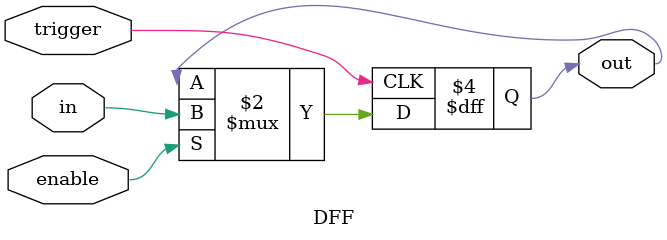
<source format=v>

module DFF #( parameter W = 1 )
(
    input trigger,
    input enable,
    input      [W-1:0] in,
    output reg [W-1:0] out
);
    always @(posedge trigger) begin
        if(enable) begin
            out <= in;
        end
    end
endmodule

</source>
